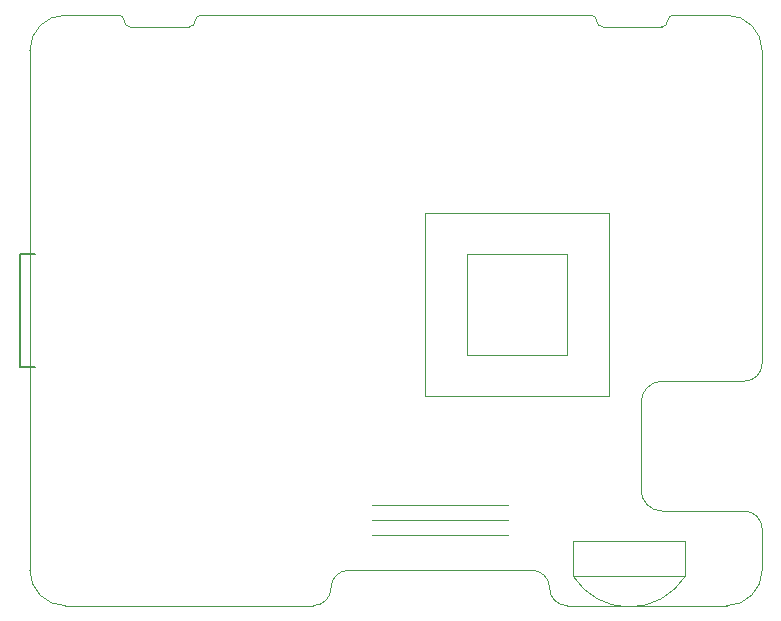
<source format=gbr>
%TF.GenerationSoftware,KiCad,Pcbnew,8.0.8+1*%
%TF.CreationDate,Date%
%TF.ProjectId,LoRa-V3-PCB,4c6f5261-2d56-4332-9d50-43422e6b6963,rev?*%
%TF.SameCoordinates,Original*%
%TF.FileFunction,Other,User*%
%FSLAX46Y46*%
G04 Gerber Fmt 4.6, Leading zero omitted, Abs format (unit mm)*
G04 Created by KiCad*
%MOMM*%
%LPD*%
G01*
G04 APERTURE LIST*
%TA.AperFunction,Profile*%
%ADD10C,0.050000*%
%TD*%
%TA.AperFunction,Profile*%
%ADD11C,0.100000*%
%TD*%
%ADD12C,0.010000*%
%ADD13C,0.120000*%
%ADD14C,0.200000*%
G04 APERTURE END LIST*
D10*
X162500000Y-73000000D02*
G75*
G02*
X162000000Y-72500000I0J500000D01*
G01*
D11*
X114000000Y-75000000D02*
X114000000Y-119000000D01*
X167550000Y-114000000D02*
X174500000Y-114000000D01*
D10*
X128500000Y-72000000D02*
X161500000Y-72000000D01*
D11*
X176000000Y-119000000D02*
G75*
G02*
X173000000Y-122000000I-3000000J0D01*
G01*
D10*
X161500000Y-72000000D02*
G75*
G02*
X162000000Y-72500000I0J-500000D01*
G01*
X122500000Y-73000000D02*
G75*
G02*
X122000000Y-72500000I0J500000D01*
G01*
X128000000Y-72500000D02*
G75*
G02*
X128500000Y-72000000I500000J0D01*
G01*
D11*
X176000000Y-115500000D02*
X176000000Y-119000000D01*
D10*
X167500000Y-73000000D02*
X162500000Y-73000000D01*
D11*
X165750000Y-104800000D02*
G75*
G02*
X167550000Y-103000000I1800000J0D01*
G01*
X139500000Y-120500000D02*
G75*
G02*
X138000000Y-122000000I-1500000J0D01*
G01*
X139500000Y-120500000D02*
G75*
G02*
X141000000Y-119000000I1500000J0D01*
G01*
D10*
X122500000Y-73000000D02*
X127500000Y-73000000D01*
X121500000Y-72000000D02*
G75*
G02*
X122000000Y-72500000I0J-500000D01*
G01*
D11*
X176000000Y-101500000D02*
G75*
G02*
X174500000Y-103000000I-1500000J0D01*
G01*
X117000000Y-122000000D02*
G75*
G02*
X114000000Y-119000000I0J3000000D01*
G01*
D10*
X128000000Y-72500000D02*
G75*
G02*
X127500000Y-73000000I-500000J0D01*
G01*
D11*
X156500000Y-119000000D02*
G75*
G02*
X158000000Y-120500000I0J-1500000D01*
G01*
X174500000Y-103000000D02*
X167550000Y-103000000D01*
X159500000Y-122000000D02*
X173000000Y-122000000D01*
X167550000Y-114000000D02*
G75*
G02*
X165750000Y-112200000I0J1800000D01*
G01*
X165750000Y-104800000D02*
X165750000Y-112200000D01*
X173000000Y-72000000D02*
G75*
G02*
X176000000Y-75000000I0J-3000000D01*
G01*
X156500000Y-119000000D02*
X141000000Y-119000000D01*
D10*
X117000000Y-72000000D02*
X121500000Y-72000000D01*
D11*
X176000000Y-75000000D02*
X176000000Y-101500000D01*
D10*
X168000000Y-72500000D02*
G75*
G02*
X167500000Y-73000000I-500000J0D01*
G01*
D11*
X114000000Y-75000000D02*
G75*
G02*
X117000000Y-72000000I3000000J0D01*
G01*
X174500000Y-114000000D02*
G75*
G02*
X176000000Y-115500000I0J-1500000D01*
G01*
X159500000Y-122000000D02*
G75*
G02*
X158000000Y-120500000I0J1500000D01*
G01*
D10*
X168500000Y-72000000D02*
X173000000Y-72000000D01*
X168000000Y-72500000D02*
G75*
G02*
X168500000Y-72000000I500000J0D01*
G01*
D11*
X117000000Y-122000000D02*
X138000000Y-122000000D01*
D12*
X154500000Y-116000000D02*
X154390000Y-116000000D01*
X154350000Y-116000000D02*
X154240000Y-116000000D01*
X154200000Y-116000000D02*
X154090000Y-116000000D01*
X154050000Y-116000000D02*
X153940000Y-116000000D01*
X153900000Y-116000000D02*
X153790000Y-116000000D01*
X153750000Y-116000000D02*
X153640000Y-116000000D01*
X153600000Y-116000000D02*
X153490000Y-116000000D01*
X153450000Y-116000000D02*
X153340000Y-116000000D01*
X153300000Y-116000000D02*
X153190000Y-116000000D01*
X153150000Y-116000000D02*
X153040000Y-116000000D01*
X153000000Y-116000000D02*
X152890000Y-116000000D01*
X152850000Y-116000000D02*
X152740000Y-116000000D01*
X152700000Y-116000000D02*
X152590000Y-116000000D01*
X152550000Y-116000000D02*
X152440000Y-116000000D01*
X152400000Y-116000000D02*
X152290000Y-116000000D01*
X152250000Y-116000000D02*
X152140000Y-116000000D01*
X152100000Y-116000000D02*
X151990000Y-116000000D01*
X151950000Y-116000000D02*
X151840000Y-116000000D01*
X151800000Y-116000000D02*
X151690000Y-116000000D01*
X151650000Y-116000000D02*
X151540000Y-116000000D01*
X151500000Y-116000000D02*
X151390000Y-116000000D01*
X151350000Y-116000000D02*
X151240000Y-116000000D01*
X151200000Y-116000000D02*
X151090000Y-116000000D01*
X151050000Y-116000000D02*
X150940000Y-116000000D01*
X150900000Y-116000000D02*
X150790000Y-116000000D01*
X150750000Y-116000000D02*
X150640000Y-116000000D01*
X150600000Y-116000000D02*
X150490000Y-116000000D01*
X150450000Y-116000000D02*
X150340000Y-116000000D01*
X150300000Y-116000000D02*
X150190000Y-116000000D01*
X150150000Y-116000000D02*
X150040000Y-116000000D01*
X150000000Y-116000000D02*
X149890000Y-116000000D01*
X149850000Y-116000000D02*
X149740000Y-116000000D01*
X149700000Y-116000000D02*
X149590000Y-116000000D01*
X149550000Y-116000000D02*
X149440000Y-116000000D01*
X149400000Y-116000000D02*
X149290000Y-116000000D01*
X149250000Y-116000000D02*
X149140000Y-116000000D01*
X149100000Y-116000000D02*
X148990000Y-116000000D01*
X148950000Y-116000000D02*
X148840000Y-116000000D01*
X148800000Y-116000000D02*
X148690000Y-116000000D01*
X148650000Y-116000000D02*
X148540000Y-116000000D01*
X148500000Y-116000000D02*
X148390000Y-116000000D01*
X148350000Y-116000000D02*
X148240000Y-116000000D01*
X148200000Y-116000000D02*
X148090000Y-116000000D01*
X148050000Y-116000000D02*
X147940000Y-116000000D01*
X147900000Y-116000000D02*
X147790000Y-116000000D01*
X147750000Y-116000000D02*
X147640000Y-116000000D01*
X147600000Y-116000000D02*
X147490000Y-116000000D01*
X147450000Y-116000000D02*
X147340000Y-116000000D01*
X147300000Y-116000000D02*
X147190000Y-116000000D01*
X147150000Y-116000000D02*
X147040000Y-116000000D01*
X147000000Y-116000000D02*
X146890000Y-116000000D01*
X146850000Y-116000000D02*
X146740000Y-116000000D01*
X146700000Y-116000000D02*
X146590000Y-116000000D01*
X146550000Y-116000000D02*
X146440000Y-116000000D01*
X146400000Y-116000000D02*
X146290000Y-116000000D01*
X146250000Y-116000000D02*
X146140000Y-116000000D01*
X146100000Y-116000000D02*
X145990000Y-116000000D01*
X145950000Y-116000000D02*
X145840000Y-116000000D01*
X145800000Y-116000000D02*
X145690000Y-116000000D01*
X145650000Y-116000000D02*
X145540000Y-116000000D01*
X145500000Y-116000000D02*
X145390000Y-116000000D01*
X145350000Y-116000000D02*
X145240000Y-116000000D01*
X145200000Y-116000000D02*
X145090000Y-116000000D01*
X145050000Y-116000000D02*
X144940000Y-116000000D01*
X144900000Y-116000000D02*
X144790000Y-116000000D01*
X144750000Y-116000000D02*
X144640000Y-116000000D01*
X144600000Y-116000000D02*
X144490000Y-116000000D01*
X144450000Y-116000000D02*
X144340000Y-116000000D01*
X144300000Y-116000000D02*
X144190000Y-116000000D01*
X144150000Y-116000000D02*
X144040000Y-116000000D01*
X144000000Y-116000000D02*
X143890000Y-116000000D01*
X143850000Y-116000000D02*
X143740000Y-116000000D01*
X143700000Y-116000000D02*
X143590000Y-116000000D01*
X143550000Y-116000000D02*
X143440000Y-116000000D01*
X143400000Y-116000000D02*
X143290000Y-116000000D01*
X143250000Y-116000000D02*
X143140000Y-116000000D01*
X143100000Y-116000000D02*
X143000000Y-116000000D01*
X154500000Y-114750000D02*
X154390000Y-114750000D01*
X154350000Y-114750000D02*
X154240000Y-114750000D01*
X154200000Y-114750000D02*
X154090000Y-114750000D01*
X154050000Y-114750000D02*
X153940000Y-114750000D01*
X153900000Y-114750000D02*
X153790000Y-114750000D01*
X153750000Y-114750000D02*
X153640000Y-114750000D01*
X153600000Y-114750000D02*
X153490000Y-114750000D01*
X153450000Y-114750000D02*
X153340000Y-114750000D01*
X153300000Y-114750000D02*
X153190000Y-114750000D01*
X153150000Y-114750000D02*
X153040000Y-114750000D01*
X153000000Y-114750000D02*
X152890000Y-114750000D01*
X152850000Y-114750000D02*
X152740000Y-114750000D01*
X152700000Y-114750000D02*
X152590000Y-114750000D01*
X152550000Y-114750000D02*
X152440000Y-114750000D01*
X152400000Y-114750000D02*
X152290000Y-114750000D01*
X152250000Y-114750000D02*
X152140000Y-114750000D01*
X152100000Y-114750000D02*
X151990000Y-114750000D01*
X151950000Y-114750000D02*
X151840000Y-114750000D01*
X151800000Y-114750000D02*
X151690000Y-114750000D01*
X151650000Y-114750000D02*
X151540000Y-114750000D01*
X151500000Y-114750000D02*
X151390000Y-114750000D01*
X151350000Y-114750000D02*
X151240000Y-114750000D01*
X151200000Y-114750000D02*
X151090000Y-114750000D01*
X151050000Y-114750000D02*
X150940000Y-114750000D01*
X150900000Y-114750000D02*
X150790000Y-114750000D01*
X150750000Y-114750000D02*
X150640000Y-114750000D01*
X150600000Y-114750000D02*
X150490000Y-114750000D01*
X150450000Y-114750000D02*
X150340000Y-114750000D01*
X150300000Y-114750000D02*
X150190000Y-114750000D01*
X150150000Y-114750000D02*
X150040000Y-114750000D01*
X150000000Y-114750000D02*
X149890000Y-114750000D01*
X149850000Y-114750000D02*
X149740000Y-114750000D01*
X149700000Y-114750000D02*
X149590000Y-114750000D01*
X149550000Y-114750000D02*
X149440000Y-114750000D01*
X149400000Y-114750000D02*
X149290000Y-114750000D01*
X149250000Y-114750000D02*
X149140000Y-114750000D01*
X149100000Y-114750000D02*
X148990000Y-114750000D01*
X148950000Y-114750000D02*
X148840000Y-114750000D01*
X148800000Y-114750000D02*
X148690000Y-114750000D01*
X148650000Y-114750000D02*
X148540000Y-114750000D01*
X148500000Y-114750000D02*
X148390000Y-114750000D01*
X148350000Y-114750000D02*
X148240000Y-114750000D01*
X148200000Y-114750000D02*
X148090000Y-114750000D01*
X148050000Y-114750000D02*
X147940000Y-114750000D01*
X147900000Y-114750000D02*
X147790000Y-114750000D01*
X147750000Y-114750000D02*
X147640000Y-114750000D01*
X147600000Y-114750000D02*
X147490000Y-114750000D01*
X147450000Y-114750000D02*
X147340000Y-114750000D01*
X147300000Y-114750000D02*
X147190000Y-114750000D01*
X147150000Y-114750000D02*
X147040000Y-114750000D01*
X147000000Y-114750000D02*
X146890000Y-114750000D01*
X146850000Y-114750000D02*
X146740000Y-114750000D01*
X146700000Y-114750000D02*
X146590000Y-114750000D01*
X146550000Y-114750000D02*
X146440000Y-114750000D01*
X146400000Y-114750000D02*
X146290000Y-114750000D01*
X146250000Y-114750000D02*
X146140000Y-114750000D01*
X146100000Y-114750000D02*
X145990000Y-114750000D01*
X145950000Y-114750000D02*
X145840000Y-114750000D01*
X145800000Y-114750000D02*
X145690000Y-114750000D01*
X145650000Y-114750000D02*
X145540000Y-114750000D01*
X145500000Y-114750000D02*
X145390000Y-114750000D01*
X145350000Y-114750000D02*
X145240000Y-114750000D01*
X145200000Y-114750000D02*
X145090000Y-114750000D01*
X145050000Y-114750000D02*
X144940000Y-114750000D01*
X144900000Y-114750000D02*
X144790000Y-114750000D01*
X144750000Y-114750000D02*
X144640000Y-114750000D01*
X144600000Y-114750000D02*
X144490000Y-114750000D01*
X144450000Y-114750000D02*
X144340000Y-114750000D01*
X144300000Y-114750000D02*
X144190000Y-114750000D01*
X144150000Y-114750000D02*
X144040000Y-114750000D01*
X144000000Y-114750000D02*
X143890000Y-114750000D01*
X143850000Y-114750000D02*
X143740000Y-114750000D01*
X143700000Y-114750000D02*
X143590000Y-114750000D01*
X143550000Y-114750000D02*
X143440000Y-114750000D01*
X143400000Y-114750000D02*
X143290000Y-114750000D01*
X143250000Y-114750000D02*
X143140000Y-114750000D01*
X143100000Y-114750000D02*
X143000000Y-114750000D01*
X154500000Y-113500000D02*
X154390000Y-113500000D01*
X154350000Y-113500000D02*
X154240000Y-113500000D01*
X154200000Y-113500000D02*
X154090000Y-113500000D01*
X154050000Y-113500000D02*
X153940000Y-113500000D01*
X153900000Y-113500000D02*
X153790000Y-113500000D01*
X153750000Y-113500000D02*
X153640000Y-113500000D01*
X153600000Y-113500000D02*
X153490000Y-113500000D01*
X153450000Y-113500000D02*
X153340000Y-113500000D01*
X153300000Y-113500000D02*
X153190000Y-113500000D01*
X153150000Y-113500000D02*
X153040000Y-113500000D01*
X153000000Y-113500000D02*
X152890000Y-113500000D01*
X152850000Y-113500000D02*
X152740000Y-113500000D01*
X152700000Y-113500000D02*
X152590000Y-113500000D01*
X152550000Y-113500000D02*
X152440000Y-113500000D01*
X152400000Y-113500000D02*
X152290000Y-113500000D01*
X152250000Y-113500000D02*
X152140000Y-113500000D01*
X152100000Y-113500000D02*
X151990000Y-113500000D01*
X151950000Y-113500000D02*
X151840000Y-113500000D01*
X151800000Y-113500000D02*
X151690000Y-113500000D01*
X151650000Y-113500000D02*
X151540000Y-113500000D01*
X151500000Y-113500000D02*
X151390000Y-113500000D01*
X151350000Y-113500000D02*
X151240000Y-113500000D01*
X151200000Y-113500000D02*
X151090000Y-113500000D01*
X151050000Y-113500000D02*
X150940000Y-113500000D01*
X150900000Y-113500000D02*
X150790000Y-113500000D01*
X150750000Y-113500000D02*
X150640000Y-113500000D01*
X150600000Y-113500000D02*
X150490000Y-113500000D01*
X150450000Y-113500000D02*
X150340000Y-113500000D01*
X150300000Y-113500000D02*
X150190000Y-113500000D01*
X150150000Y-113500000D02*
X150040000Y-113500000D01*
X150000000Y-113500000D02*
X149890000Y-113500000D01*
X149850000Y-113500000D02*
X149740000Y-113500000D01*
X149700000Y-113500000D02*
X149590000Y-113500000D01*
X149550000Y-113500000D02*
X149440000Y-113500000D01*
X149400000Y-113500000D02*
X149290000Y-113500000D01*
X149250000Y-113500000D02*
X149140000Y-113500000D01*
X149100000Y-113500000D02*
X148990000Y-113500000D01*
X148950000Y-113500000D02*
X148840000Y-113500000D01*
X148800000Y-113500000D02*
X148690000Y-113500000D01*
X148650000Y-113500000D02*
X148540000Y-113500000D01*
X148500000Y-113500000D02*
X148390000Y-113500000D01*
X148350000Y-113500000D02*
X148240000Y-113500000D01*
X148200000Y-113500000D02*
X148090000Y-113500000D01*
X148050000Y-113500000D02*
X147940000Y-113500000D01*
X147900000Y-113500000D02*
X147790000Y-113500000D01*
X147750000Y-113500000D02*
X147640000Y-113500000D01*
X147600000Y-113500000D02*
X147490000Y-113500000D01*
X147450000Y-113500000D02*
X147340000Y-113500000D01*
X147300000Y-113500000D02*
X147190000Y-113500000D01*
X147150000Y-113500000D02*
X147040000Y-113500000D01*
X147000000Y-113500000D02*
X146890000Y-113500000D01*
X146850000Y-113500000D02*
X146740000Y-113500000D01*
X146700000Y-113500000D02*
X146590000Y-113500000D01*
X146550000Y-113500000D02*
X146440000Y-113500000D01*
X146400000Y-113500000D02*
X146290000Y-113500000D01*
X146250000Y-113500000D02*
X146140000Y-113500000D01*
X146100000Y-113500000D02*
X145990000Y-113500000D01*
X145950000Y-113500000D02*
X145840000Y-113500000D01*
X145800000Y-113500000D02*
X145690000Y-113500000D01*
X145650000Y-113500000D02*
X145540000Y-113500000D01*
X145500000Y-113500000D02*
X145390000Y-113500000D01*
X145350000Y-113500000D02*
X145240000Y-113500000D01*
X145200000Y-113500000D02*
X145090000Y-113500000D01*
X145050000Y-113500000D02*
X144940000Y-113500000D01*
X144900000Y-113500000D02*
X144790000Y-113500000D01*
X144750000Y-113500000D02*
X144640000Y-113500000D01*
X144600000Y-113500000D02*
X144490000Y-113500000D01*
X144450000Y-113500000D02*
X144340000Y-113500000D01*
X144300000Y-113500000D02*
X144190000Y-113500000D01*
X144150000Y-113500000D02*
X144040000Y-113500000D01*
X144000000Y-113500000D02*
X143890000Y-113500000D01*
X143850000Y-113500000D02*
X143740000Y-113500000D01*
X143700000Y-113500000D02*
X143590000Y-113500000D01*
X143550000Y-113500000D02*
X143440000Y-113500000D01*
X143400000Y-113500000D02*
X143290000Y-113500000D01*
X143250000Y-113500000D02*
X143140000Y-113500000D01*
X143100000Y-113500000D02*
X143000000Y-113500000D01*
%TO.C,SW2*%
D13*
X169500000Y-119500000D02*
X160000000Y-119500000D01*
X160000000Y-116500000D01*
X169500000Y-116500000D01*
X169500000Y-119500000D01*
X169500000Y-119500000D02*
G75*
G02*
X160000000Y-119500000I-4750000J3000001D01*
G01*
D14*
%TO.C,CONN1*%
X113150000Y-92210000D02*
X113150000Y-101790000D01*
X113150000Y-101790000D02*
X114430000Y-101790000D01*
X114430000Y-92210000D02*
X113150000Y-92210000D01*
D12*
%TO.C,IC1*%
X147500000Y-88750000D02*
X147610000Y-88750000D01*
X147650000Y-88750000D02*
X147760000Y-88750000D01*
X147800000Y-88750000D02*
X147910000Y-88750000D01*
X147950000Y-88750000D02*
X148060000Y-88750000D01*
X148100000Y-88750000D02*
X148210000Y-88750000D01*
X148250000Y-88750000D02*
X148360000Y-88750000D01*
X148400000Y-88750000D02*
X148510000Y-88750000D01*
X148550000Y-88750000D02*
X148660000Y-88750000D01*
X148700000Y-88750000D02*
X148810000Y-88750000D01*
X148850000Y-88750000D02*
X148960000Y-88750000D01*
X149000000Y-88750000D02*
X149110000Y-88750000D01*
X149150000Y-88750000D02*
X149260000Y-88750000D01*
X149300000Y-88750000D02*
X149410000Y-88750000D01*
X149450000Y-88750000D02*
X149560000Y-88750000D01*
X149600000Y-88750000D02*
X149710000Y-88750000D01*
X149750000Y-88750000D02*
X149860000Y-88750000D01*
X149900000Y-88750000D02*
X150010000Y-88750000D01*
X150050000Y-88750000D02*
X150160000Y-88750000D01*
X150200000Y-88750000D02*
X150310000Y-88750000D01*
X150350000Y-88750000D02*
X150460000Y-88750000D01*
X150500000Y-88750000D02*
X150610000Y-88750000D01*
X150650000Y-88750000D02*
X150760000Y-88750000D01*
X150800000Y-88750000D02*
X150910000Y-88750000D01*
X150950000Y-88750000D02*
X151060000Y-88750000D01*
X151100000Y-88750000D02*
X151210000Y-88750000D01*
X151250000Y-88750000D02*
X151360000Y-88750000D01*
X151400000Y-88750000D02*
X151510000Y-88750000D01*
X151550000Y-88750000D02*
X151660000Y-88750000D01*
X151700000Y-88750000D02*
X151810000Y-88750000D01*
X151850000Y-88750000D02*
X151960000Y-88750000D01*
X152000000Y-88750000D02*
X152110000Y-88750000D01*
X152150000Y-88750000D02*
X152260000Y-88750000D01*
X152300000Y-88750000D02*
X152410000Y-88750000D01*
X152450000Y-88750000D02*
X152560000Y-88750000D01*
X152600000Y-88750000D02*
X152710000Y-88750000D01*
X152750000Y-88750000D02*
X152860000Y-88750000D01*
X152900000Y-88750000D02*
X153010000Y-88750000D01*
X153050000Y-88750000D02*
X153160000Y-88750000D01*
X153200000Y-88750000D02*
X153310000Y-88750000D01*
X153350000Y-88750000D02*
X153460000Y-88750000D01*
X153500000Y-88750000D02*
X153610000Y-88750000D01*
X153650000Y-88750000D02*
X153760000Y-88750000D01*
X153800000Y-88750000D02*
X153910000Y-88750000D01*
X153950000Y-88750000D02*
X154060000Y-88750000D01*
X154100000Y-88750000D02*
X154210000Y-88750000D01*
X154250000Y-88750000D02*
X154360000Y-88750000D01*
X154400000Y-88750000D02*
X154510000Y-88750000D01*
X154550000Y-88750000D02*
X154660000Y-88750000D01*
X154700000Y-88750000D02*
X154810000Y-88750000D01*
X154850000Y-88750000D02*
X154960000Y-88750000D01*
X155000000Y-88750000D02*
X155110000Y-88750000D01*
X155150000Y-88750000D02*
X155260000Y-88750000D01*
X155300000Y-88750000D02*
X155410000Y-88750000D01*
X155450000Y-88750000D02*
X155560000Y-88750000D01*
X155600000Y-88750000D02*
X155710000Y-88750000D01*
X155750000Y-88750000D02*
X155860000Y-88750000D01*
X155900000Y-88750000D02*
X156010000Y-88750000D01*
X156050000Y-88750000D02*
X156160000Y-88750000D01*
X156200000Y-88750000D02*
X156310000Y-88750000D01*
X156350000Y-88750000D02*
X156460000Y-88750000D01*
X156500000Y-88750000D02*
X156610000Y-88750000D01*
X156650000Y-88750000D02*
X156760000Y-88750000D01*
X156800000Y-88750000D02*
X156910000Y-88750000D01*
X156950000Y-88750000D02*
X157060000Y-88750000D01*
X157100000Y-88750000D02*
X157210000Y-88750000D01*
X157250000Y-88750000D02*
X157360000Y-88750000D01*
X157400000Y-88750000D02*
X157510000Y-88750000D01*
X157550000Y-88750000D02*
X157660000Y-88750000D01*
X157700000Y-88750000D02*
X157810000Y-88750000D01*
X157850000Y-88750000D02*
X157960000Y-88750000D01*
X158000000Y-88750000D02*
X158110000Y-88750000D01*
X158150000Y-88750000D02*
X158260000Y-88750000D01*
X158300000Y-88750000D02*
X158410000Y-88750000D01*
X158450000Y-88750000D02*
X158560000Y-88750000D01*
X158600000Y-88750000D02*
X158710000Y-88750000D01*
X158750000Y-88750000D02*
X158860000Y-88750000D01*
X158900000Y-88750000D02*
X159010000Y-88750000D01*
X159050000Y-88750000D02*
X159160000Y-88750000D01*
X159200000Y-88750000D02*
X159310000Y-88750000D01*
X159350000Y-88750000D02*
X159460000Y-88750000D01*
X159500000Y-88750000D02*
X159610000Y-88750000D01*
X159650000Y-88750000D02*
X159760000Y-88750000D01*
X159800000Y-88750000D02*
X159910000Y-88750000D01*
X159950000Y-88750000D02*
X160060000Y-88750000D01*
X160100000Y-88750000D02*
X160210000Y-88750000D01*
X160250000Y-88750000D02*
X160360000Y-88750000D01*
X160400000Y-88750000D02*
X160510000Y-88750000D01*
X160550000Y-88750000D02*
X160660000Y-88750000D01*
X160700000Y-88750000D02*
X160810000Y-88750000D01*
X160850000Y-88750000D02*
X160960000Y-88750000D01*
X161000000Y-88750000D02*
X161110000Y-88750000D01*
X161150000Y-88750000D02*
X161260000Y-88750000D01*
X161300000Y-88750000D02*
X161410000Y-88750000D01*
X161450000Y-88750000D02*
X161560000Y-88750000D01*
X161600000Y-88750000D02*
X161710000Y-88750000D01*
X161750000Y-88750000D02*
X161860000Y-88750000D01*
X161900000Y-88750000D02*
X162010000Y-88750000D01*
X162050000Y-88750000D02*
X162160000Y-88750000D01*
X162200000Y-88750000D02*
X162310000Y-88750000D01*
X162350000Y-88750000D02*
X162460000Y-88750000D01*
X162500000Y-88750000D02*
X162610000Y-88750000D01*
X162650000Y-88750000D02*
X162760000Y-88750000D01*
X162800000Y-88750000D02*
X162910000Y-88750000D01*
X162950000Y-88750000D02*
X163000000Y-88750000D01*
X163000000Y-88750000D02*
X163000000Y-88860000D01*
X163000000Y-88900000D02*
X163000000Y-89010000D01*
X163000000Y-89050000D02*
X163000000Y-89160000D01*
X163000000Y-89200000D02*
X163000000Y-89310000D01*
X163000000Y-89350000D02*
X163000000Y-89460000D01*
X163000000Y-89500000D02*
X163000000Y-89610000D01*
X163000000Y-89650000D02*
X163000000Y-89760000D01*
X163000000Y-89800000D02*
X163000000Y-89910000D01*
X163000000Y-89950000D02*
X163000000Y-90060000D01*
X163000000Y-90100000D02*
X163000000Y-90210000D01*
X163000000Y-90250000D02*
X163000000Y-90360000D01*
X163000000Y-90400000D02*
X163000000Y-90510000D01*
X163000000Y-90550000D02*
X163000000Y-90660000D01*
X163000000Y-90700000D02*
X163000000Y-90810000D01*
X163000000Y-90850000D02*
X163000000Y-90960000D01*
X163000000Y-91000000D02*
X163000000Y-91110000D01*
X163000000Y-91150000D02*
X163000000Y-91260000D01*
X163000000Y-91300000D02*
X163000000Y-91410000D01*
X163000000Y-91450000D02*
X163000000Y-91560000D01*
X163000000Y-91600000D02*
X163000000Y-91710000D01*
X163000000Y-91750000D02*
X163000000Y-91860000D01*
X163000000Y-91900000D02*
X163000000Y-92010000D01*
X163000000Y-92050000D02*
X163000000Y-92160000D01*
X163000000Y-92200000D02*
X163000000Y-92310000D01*
X163000000Y-92350000D02*
X163000000Y-92460000D01*
X163000000Y-92500000D02*
X163000000Y-92610000D01*
X163000000Y-92650000D02*
X163000000Y-92760000D01*
X163000000Y-92800000D02*
X163000000Y-92910000D01*
X163000000Y-92950000D02*
X163000000Y-93060000D01*
X163000000Y-93100000D02*
X163000000Y-93210000D01*
X163000000Y-93250000D02*
X163000000Y-93360000D01*
X163000000Y-93400000D02*
X163000000Y-93510000D01*
X163000000Y-93550000D02*
X163000000Y-93660000D01*
X163000000Y-93700000D02*
X163000000Y-93810000D01*
X163000000Y-93850000D02*
X163000000Y-93960000D01*
X163000000Y-94000000D02*
X163000000Y-94110000D01*
X163000000Y-94150000D02*
X163000000Y-94260000D01*
X163000000Y-94300000D02*
X163000000Y-94410000D01*
X163000000Y-94450000D02*
X163000000Y-94560000D01*
X163000000Y-94600000D02*
X163000000Y-94710000D01*
X163000000Y-94750000D02*
X163000000Y-94860000D01*
X163000000Y-94900000D02*
X163000000Y-95010000D01*
X163000000Y-95050000D02*
X163000000Y-95160000D01*
X163000000Y-95200000D02*
X163000000Y-95310000D01*
X163000000Y-95350000D02*
X163000000Y-95460000D01*
X163000000Y-95500000D02*
X163000000Y-95610000D01*
X163000000Y-95650000D02*
X163000000Y-95760000D01*
X163000000Y-95800000D02*
X163000000Y-95910000D01*
X163000000Y-95950000D02*
X163000000Y-96060000D01*
X163000000Y-96100000D02*
X163000000Y-96210000D01*
X163000000Y-96250000D02*
X163000000Y-96360000D01*
X163000000Y-96400000D02*
X163000000Y-96510000D01*
X163000000Y-96550000D02*
X163000000Y-96660000D01*
X163000000Y-96700000D02*
X163000000Y-96810000D01*
X163000000Y-96850000D02*
X163000000Y-96960000D01*
X163000000Y-97000000D02*
X163000000Y-97110000D01*
X163000000Y-97150000D02*
X163000000Y-97260000D01*
X163000000Y-97300000D02*
X163000000Y-97410000D01*
X163000000Y-97450000D02*
X163000000Y-97560000D01*
X163000000Y-97600000D02*
X163000000Y-97710000D01*
X163000000Y-97750000D02*
X163000000Y-97860000D01*
X163000000Y-97900000D02*
X163000000Y-98010000D01*
X163000000Y-98050000D02*
X163000000Y-98160000D01*
X163000000Y-98200000D02*
X163000000Y-98310000D01*
X163000000Y-98350000D02*
X163000000Y-98460000D01*
X163000000Y-98500000D02*
X163000000Y-98610000D01*
X163000000Y-98650000D02*
X163000000Y-98760000D01*
X163000000Y-98800000D02*
X163000000Y-98910000D01*
X163000000Y-98950000D02*
X163000000Y-99060000D01*
X163000000Y-99100000D02*
X163000000Y-99210000D01*
X163000000Y-99250000D02*
X163000000Y-99360000D01*
X163000000Y-99400000D02*
X163000000Y-99510000D01*
X163000000Y-99550000D02*
X163000000Y-99660000D01*
X163000000Y-99700000D02*
X163000000Y-99810000D01*
X163000000Y-99850000D02*
X163000000Y-99960000D01*
X163000000Y-100000000D02*
X163000000Y-100110000D01*
X163000000Y-100150000D02*
X163000000Y-100260000D01*
X163000000Y-100300000D02*
X163000000Y-100410000D01*
X163000000Y-100450000D02*
X163000000Y-100560000D01*
X163000000Y-100600000D02*
X163000000Y-100710000D01*
X163000000Y-100750000D02*
X163000000Y-100860000D01*
X163000000Y-100900000D02*
X163000000Y-101010000D01*
X163000000Y-101050000D02*
X163000000Y-101160000D01*
X163000000Y-101200000D02*
X163000000Y-101310000D01*
X163000000Y-101350000D02*
X163000000Y-101460000D01*
X163000000Y-101500000D02*
X163000000Y-101610000D01*
X163000000Y-101650000D02*
X163000000Y-101760000D01*
X163000000Y-101800000D02*
X163000000Y-101910000D01*
X163000000Y-101950000D02*
X163000000Y-102060000D01*
X163000000Y-102100000D02*
X163000000Y-102210000D01*
X163000000Y-102250000D02*
X163000000Y-102360000D01*
X163000000Y-102400000D02*
X163000000Y-102510000D01*
X163000000Y-102550000D02*
X163000000Y-102660000D01*
X163000000Y-102700000D02*
X163000000Y-102810000D01*
X163000000Y-102850000D02*
X163000000Y-102960000D01*
X163000000Y-103000000D02*
X163000000Y-103110000D01*
X163000000Y-103150000D02*
X163000000Y-103260000D01*
X163000000Y-103300000D02*
X163000000Y-103410000D01*
X163000000Y-103450000D02*
X163000000Y-103560000D01*
X163000000Y-103600000D02*
X163000000Y-103710000D01*
X163000000Y-103750000D02*
X163000000Y-103860000D01*
X163000000Y-103900000D02*
X163000000Y-104010000D01*
X163000000Y-104050000D02*
X163000000Y-104160000D01*
X163000000Y-104200000D02*
X163000000Y-104250000D01*
X163000000Y-104250000D02*
X162890000Y-104250000D01*
X162850000Y-104250000D02*
X162740000Y-104250000D01*
X162700000Y-104250000D02*
X162590000Y-104250000D01*
X162550000Y-104250000D02*
X162440000Y-104250000D01*
X162400000Y-104250000D02*
X162290000Y-104250000D01*
X162250000Y-104250000D02*
X162140000Y-104250000D01*
X162100000Y-104250000D02*
X161990000Y-104250000D01*
X161950000Y-104250000D02*
X161840000Y-104250000D01*
X161800000Y-104250000D02*
X161690000Y-104250000D01*
X161650000Y-104250000D02*
X161540000Y-104250000D01*
X161500000Y-104250000D02*
X161390000Y-104250000D01*
X161350000Y-104250000D02*
X161240000Y-104250000D01*
X161200000Y-104250000D02*
X161090000Y-104250000D01*
X161050000Y-104250000D02*
X160940000Y-104250000D01*
X160900000Y-104250000D02*
X160790000Y-104250000D01*
X160750000Y-104250000D02*
X160640000Y-104250000D01*
X160600000Y-104250000D02*
X160490000Y-104250000D01*
X160450000Y-104250000D02*
X160340000Y-104250000D01*
X160300000Y-104250000D02*
X160190000Y-104250000D01*
X160150000Y-104250000D02*
X160040000Y-104250000D01*
X160000000Y-104250000D02*
X159890000Y-104250000D01*
X159850000Y-104250000D02*
X159740000Y-104250000D01*
X159700000Y-104250000D02*
X159590000Y-104250000D01*
X159550000Y-104250000D02*
X159440000Y-104250000D01*
X159400000Y-104250000D02*
X159290000Y-104250000D01*
X159250000Y-104250000D02*
X159140000Y-104250000D01*
X159100000Y-104250000D02*
X158990000Y-104250000D01*
X158950000Y-104250000D02*
X158840000Y-104250000D01*
X158800000Y-104250000D02*
X158690000Y-104250000D01*
X158650000Y-104250000D02*
X158540000Y-104250000D01*
X158500000Y-104250000D02*
X158390000Y-104250000D01*
X158350000Y-104250000D02*
X158240000Y-104250000D01*
X158200000Y-104250000D02*
X158090000Y-104250000D01*
X158050000Y-104250000D02*
X157940000Y-104250000D01*
X157900000Y-104250000D02*
X157790000Y-104250000D01*
X157750000Y-104250000D02*
X157640000Y-104250000D01*
X157600000Y-104250000D02*
X157490000Y-104250000D01*
X157450000Y-104250000D02*
X157340000Y-104250000D01*
X157300000Y-104250000D02*
X157190000Y-104250000D01*
X157150000Y-104250000D02*
X157040000Y-104250000D01*
X157000000Y-104250000D02*
X156890000Y-104250000D01*
X156850000Y-104250000D02*
X156740000Y-104250000D01*
X156700000Y-104250000D02*
X156590000Y-104250000D01*
X156550000Y-104250000D02*
X156440000Y-104250000D01*
X156400000Y-104250000D02*
X156290000Y-104250000D01*
X156250000Y-104250000D02*
X156140000Y-104250000D01*
X156100000Y-104250000D02*
X155990000Y-104250000D01*
X155950000Y-104250000D02*
X155840000Y-104250000D01*
X155800000Y-104250000D02*
X155690000Y-104250000D01*
X155650000Y-104250000D02*
X155540000Y-104250000D01*
X155500000Y-104250000D02*
X155390000Y-104250000D01*
X155350000Y-104250000D02*
X155240000Y-104250000D01*
X155200000Y-104250000D02*
X155090000Y-104250000D01*
X155050000Y-104250000D02*
X154940000Y-104250000D01*
X154900000Y-104250000D02*
X154790000Y-104250000D01*
X154750000Y-104250000D02*
X154640000Y-104250000D01*
X154600000Y-104250000D02*
X154490000Y-104250000D01*
X154450000Y-104250000D02*
X154340000Y-104250000D01*
X154300000Y-104250000D02*
X154190000Y-104250000D01*
X154150000Y-104250000D02*
X154040000Y-104250000D01*
X154000000Y-104250000D02*
X153890000Y-104250000D01*
X153850000Y-104250000D02*
X153740000Y-104250000D01*
X153700000Y-104250000D02*
X153590000Y-104250000D01*
X153550000Y-104250000D02*
X153440000Y-104250000D01*
X153400000Y-104250000D02*
X153290000Y-104250000D01*
X153250000Y-104250000D02*
X153140000Y-104250000D01*
X153100000Y-104250000D02*
X152990000Y-104250000D01*
X152950000Y-104250000D02*
X152840000Y-104250000D01*
X152800000Y-104250000D02*
X152690000Y-104250000D01*
X152650000Y-104250000D02*
X152540000Y-104250000D01*
X152500000Y-104250000D02*
X152390000Y-104250000D01*
X152350000Y-104250000D02*
X152240000Y-104250000D01*
X152200000Y-104250000D02*
X152090000Y-104250000D01*
X152050000Y-104250000D02*
X151940000Y-104250000D01*
X151900000Y-104250000D02*
X151790000Y-104250000D01*
X151750000Y-104250000D02*
X151640000Y-104250000D01*
X151600000Y-104250000D02*
X151490000Y-104250000D01*
X151450000Y-104250000D02*
X151340000Y-104250000D01*
X151300000Y-104250000D02*
X151190000Y-104250000D01*
X151150000Y-104250000D02*
X151040000Y-104250000D01*
X151000000Y-104250000D02*
X150890000Y-104250000D01*
X150850000Y-104250000D02*
X150740000Y-104250000D01*
X150700000Y-104250000D02*
X150590000Y-104250000D01*
X150550000Y-104250000D02*
X150440000Y-104250000D01*
X150400000Y-104250000D02*
X150290000Y-104250000D01*
X150250000Y-104250000D02*
X150140000Y-104250000D01*
X150100000Y-104250000D02*
X149990000Y-104250000D01*
X149950000Y-104250000D02*
X149840000Y-104250000D01*
X149800000Y-104250000D02*
X149690000Y-104250000D01*
X149650000Y-104250000D02*
X149540000Y-104250000D01*
X149500000Y-104250000D02*
X149390000Y-104250000D01*
X149350000Y-104250000D02*
X149240000Y-104250000D01*
X149200000Y-104250000D02*
X149090000Y-104250000D01*
X149050000Y-104250000D02*
X148940000Y-104250000D01*
X148900000Y-104250000D02*
X148790000Y-104250000D01*
X148750000Y-104250000D02*
X148640000Y-104250000D01*
X148600000Y-104250000D02*
X148490000Y-104250000D01*
X148450000Y-104250000D02*
X148340000Y-104250000D01*
X148300000Y-104250000D02*
X148190000Y-104250000D01*
X148150000Y-104250000D02*
X148040000Y-104250000D01*
X148000000Y-104250000D02*
X147890000Y-104250000D01*
X147850000Y-104250000D02*
X147740000Y-104250000D01*
X147700000Y-104250000D02*
X147590000Y-104250000D01*
X147550000Y-104250000D02*
X147500000Y-104250000D01*
X147500000Y-104250000D02*
X147500000Y-104140000D01*
X147500000Y-104100000D02*
X147500000Y-103990000D01*
X147500000Y-103950000D02*
X147500000Y-103840000D01*
X147500000Y-103800000D02*
X147500000Y-103690000D01*
X147500000Y-103650000D02*
X147500000Y-103540000D01*
X147500000Y-103500000D02*
X147500000Y-103390000D01*
X147500000Y-103350000D02*
X147500000Y-103240000D01*
X147500000Y-103200000D02*
X147500000Y-103090000D01*
X147500000Y-103050000D02*
X147500000Y-102940000D01*
X147500000Y-102900000D02*
X147500000Y-102790000D01*
X147500000Y-102750000D02*
X147500000Y-102640000D01*
X147500000Y-102600000D02*
X147500000Y-102490000D01*
X147500000Y-102450000D02*
X147500000Y-102340000D01*
X147500000Y-102300000D02*
X147500000Y-102190000D01*
X147500000Y-102150000D02*
X147500000Y-102040000D01*
X147500000Y-102000000D02*
X147500000Y-101890000D01*
X147500000Y-101850000D02*
X147500000Y-101740000D01*
X147500000Y-101700000D02*
X147500000Y-101590000D01*
X147500000Y-101550000D02*
X147500000Y-101440000D01*
X147500000Y-101400000D02*
X147500000Y-101290000D01*
X147500000Y-101250000D02*
X147500000Y-101140000D01*
X147500000Y-101100000D02*
X147500000Y-100990000D01*
X147500000Y-100950000D02*
X147500000Y-100840000D01*
X147500000Y-100800000D02*
X147500000Y-100690000D01*
X147500000Y-100650000D02*
X147500000Y-100540000D01*
X147500000Y-100500000D02*
X147500000Y-100390000D01*
X147500000Y-100350000D02*
X147500000Y-100240000D01*
X147500000Y-100200000D02*
X147500000Y-100090000D01*
X147500000Y-100050000D02*
X147500000Y-99940000D01*
X147500000Y-99900000D02*
X147500000Y-99790000D01*
X147500000Y-99750000D02*
X147500000Y-99640000D01*
X147500000Y-99600000D02*
X147500000Y-99490000D01*
X147500000Y-99450000D02*
X147500000Y-99340000D01*
X147500000Y-99300000D02*
X147500000Y-99190000D01*
X147500000Y-99150000D02*
X147500000Y-99040000D01*
X147500000Y-99000000D02*
X147500000Y-98890000D01*
X147500000Y-98850000D02*
X147500000Y-98740000D01*
X147500000Y-98700000D02*
X147500000Y-98590000D01*
X147500000Y-98550000D02*
X147500000Y-98440000D01*
X147500000Y-98400000D02*
X147500000Y-98290000D01*
X147500000Y-98250000D02*
X147500000Y-98140000D01*
X147500000Y-98100000D02*
X147500000Y-97990000D01*
X147500000Y-97950000D02*
X147500000Y-97840000D01*
X147500000Y-97800000D02*
X147500000Y-97690000D01*
X147500000Y-97650000D02*
X147500000Y-97540000D01*
X147500000Y-97500000D02*
X147500000Y-97390000D01*
X147500000Y-97350000D02*
X147500000Y-97240000D01*
X147500000Y-97200000D02*
X147500000Y-97090000D01*
X147500000Y-97050000D02*
X147500000Y-96940000D01*
X147500000Y-96900000D02*
X147500000Y-96790000D01*
X147500000Y-96750000D02*
X147500000Y-96640000D01*
X147500000Y-96600000D02*
X147500000Y-96490000D01*
X147500000Y-96450000D02*
X147500000Y-96340000D01*
X147500000Y-96300000D02*
X147500000Y-96190000D01*
X147500000Y-96150000D02*
X147500000Y-96040000D01*
X147500000Y-96000000D02*
X147500000Y-95890000D01*
X147500000Y-95850000D02*
X147500000Y-95740000D01*
X147500000Y-95700000D02*
X147500000Y-95590000D01*
X147500000Y-95550000D02*
X147500000Y-95440000D01*
X147500000Y-95400000D02*
X147500000Y-95290000D01*
X147500000Y-95250000D02*
X147500000Y-95140000D01*
X147500000Y-95100000D02*
X147500000Y-94990000D01*
X147500000Y-94950000D02*
X147500000Y-94840000D01*
X147500000Y-94800000D02*
X147500000Y-94690000D01*
X147500000Y-94650000D02*
X147500000Y-94540000D01*
X147500000Y-94500000D02*
X147500000Y-94390000D01*
X147500000Y-94350000D02*
X147500000Y-94240000D01*
X147500000Y-94200000D02*
X147500000Y-94090000D01*
X147500000Y-94050000D02*
X147500000Y-93940000D01*
X147500000Y-93900000D02*
X147500000Y-93790000D01*
X147500000Y-93750000D02*
X147500000Y-93640000D01*
X147500000Y-93600000D02*
X147500000Y-93490000D01*
X147500000Y-93450000D02*
X147500000Y-93340000D01*
X147500000Y-93300000D02*
X147500000Y-93190000D01*
X147500000Y-93150000D02*
X147500000Y-93040000D01*
X147500000Y-93000000D02*
X147500000Y-92890000D01*
X147500000Y-92850000D02*
X147500000Y-92740000D01*
X147500000Y-92700000D02*
X147500000Y-92590000D01*
X147500000Y-92550000D02*
X147500000Y-92440000D01*
X147500000Y-92400000D02*
X147500000Y-92290000D01*
X147500000Y-92250000D02*
X147500000Y-92140000D01*
X147500000Y-92100000D02*
X147500000Y-91990000D01*
X147500000Y-91950000D02*
X147500000Y-91840000D01*
X147500000Y-91800000D02*
X147500000Y-91690000D01*
X147500000Y-91650000D02*
X147500000Y-91540000D01*
X147500000Y-91500000D02*
X147500000Y-91390000D01*
X147500000Y-91350000D02*
X147500000Y-91240000D01*
X147500000Y-91200000D02*
X147500000Y-91090000D01*
X147500000Y-91050000D02*
X147500000Y-90940000D01*
X147500000Y-90900000D02*
X147500000Y-90790000D01*
X147500000Y-90750000D02*
X147500000Y-90640000D01*
X147500000Y-90600000D02*
X147500000Y-90490000D01*
X147500000Y-90450000D02*
X147500000Y-90340000D01*
X147500000Y-90300000D02*
X147500000Y-90190000D01*
X147500000Y-90150000D02*
X147500000Y-90040000D01*
X147500000Y-90000000D02*
X147500000Y-89890000D01*
X147500000Y-89850000D02*
X147500000Y-89740000D01*
X147500000Y-89700000D02*
X147500000Y-89590000D01*
X147500000Y-89550000D02*
X147500000Y-89440000D01*
X147500000Y-89400000D02*
X147500000Y-89290000D01*
X147500000Y-89250000D02*
X147500000Y-89140000D01*
X147500000Y-89100000D02*
X147500000Y-88990000D01*
X147500000Y-88950000D02*
X147500000Y-88840000D01*
X147500000Y-88800000D02*
X147500000Y-88750000D01*
X151000000Y-92250000D02*
X151110000Y-92250000D01*
X151150000Y-92250000D02*
X151260000Y-92250000D01*
X151300000Y-92250000D02*
X151410000Y-92250000D01*
X151450000Y-92250000D02*
X151560000Y-92250000D01*
X151600000Y-92250000D02*
X151710000Y-92250000D01*
X151750000Y-92250000D02*
X151860000Y-92250000D01*
X151900000Y-92250000D02*
X152010000Y-92250000D01*
X152050000Y-92250000D02*
X152160000Y-92250000D01*
X152200000Y-92250000D02*
X152310000Y-92250000D01*
X152350000Y-92250000D02*
X152460000Y-92250000D01*
X152500000Y-92250000D02*
X152610000Y-92250000D01*
X152650000Y-92250000D02*
X152760000Y-92250000D01*
X152800000Y-92250000D02*
X152910000Y-92250000D01*
X152950000Y-92250000D02*
X153060000Y-92250000D01*
X153100000Y-92250000D02*
X153210000Y-92250000D01*
X153250000Y-92250000D02*
X153360000Y-92250000D01*
X153400000Y-92250000D02*
X153510000Y-92250000D01*
X153550000Y-92250000D02*
X153660000Y-92250000D01*
X153700000Y-92250000D02*
X153810000Y-92250000D01*
X153850000Y-92250000D02*
X153960000Y-92250000D01*
X154000000Y-92250000D02*
X154110000Y-92250000D01*
X154150000Y-92250000D02*
X154260000Y-92250000D01*
X154300000Y-92250000D02*
X154410000Y-92250000D01*
X154450000Y-92250000D02*
X154560000Y-92250000D01*
X154600000Y-92250000D02*
X154710000Y-92250000D01*
X154750000Y-92250000D02*
X154860000Y-92250000D01*
X154900000Y-92250000D02*
X155010000Y-92250000D01*
X155050000Y-92250000D02*
X155160000Y-92250000D01*
X155200000Y-92250000D02*
X155310000Y-92250000D01*
X155350000Y-92250000D02*
X155460000Y-92250000D01*
X155500000Y-92250000D02*
X155610000Y-92250000D01*
X155650000Y-92250000D02*
X155760000Y-92250000D01*
X155800000Y-92250000D02*
X155910000Y-92250000D01*
X155950000Y-92250000D02*
X156060000Y-92250000D01*
X156100000Y-92250000D02*
X156210000Y-92250000D01*
X156250000Y-92250000D02*
X156360000Y-92250000D01*
X156400000Y-92250000D02*
X156510000Y-92250000D01*
X156550000Y-92250000D02*
X156660000Y-92250000D01*
X156700000Y-92250000D02*
X156810000Y-92250000D01*
X156850000Y-92250000D02*
X156960000Y-92250000D01*
X157000000Y-92250000D02*
X157110000Y-92250000D01*
X157150000Y-92250000D02*
X157260000Y-92250000D01*
X157300000Y-92250000D02*
X157410000Y-92250000D01*
X157450000Y-92250000D02*
X157560000Y-92250000D01*
X157600000Y-92250000D02*
X157710000Y-92250000D01*
X157750000Y-92250000D02*
X157860000Y-92250000D01*
X157900000Y-92250000D02*
X158010000Y-92250000D01*
X158050000Y-92250000D02*
X158160000Y-92250000D01*
X158200000Y-92250000D02*
X158310000Y-92250000D01*
X158350000Y-92250000D02*
X158460000Y-92250000D01*
X158500000Y-92250000D02*
X158610000Y-92250000D01*
X158650000Y-92250000D02*
X158760000Y-92250000D01*
X158800000Y-92250000D02*
X158910000Y-92250000D01*
X158950000Y-92250000D02*
X159060000Y-92250000D01*
X159100000Y-92250000D02*
X159210000Y-92250000D01*
X159250000Y-92250000D02*
X159360000Y-92250000D01*
X159400000Y-92250000D02*
X159500000Y-92250000D01*
X159500000Y-92250000D02*
X159500000Y-92360000D01*
X159500000Y-92400000D02*
X159500000Y-92510000D01*
X159500000Y-92550000D02*
X159500000Y-92660000D01*
X159500000Y-92700000D02*
X159500000Y-92810000D01*
X159500000Y-92850000D02*
X159500000Y-92960000D01*
X159500000Y-93000000D02*
X159500000Y-93110000D01*
X159500000Y-93150000D02*
X159500000Y-93260000D01*
X159500000Y-93300000D02*
X159500000Y-93410000D01*
X159500000Y-93450000D02*
X159500000Y-93560000D01*
X159500000Y-93600000D02*
X159500000Y-93710000D01*
X159500000Y-93750000D02*
X159500000Y-93860000D01*
X159500000Y-93900000D02*
X159500000Y-94010000D01*
X159500000Y-94050000D02*
X159500000Y-94160000D01*
X159500000Y-94200000D02*
X159500000Y-94310000D01*
X159500000Y-94350000D02*
X159500000Y-94460000D01*
X159500000Y-94500000D02*
X159500000Y-94610000D01*
X159500000Y-94650000D02*
X159500000Y-94760000D01*
X159500000Y-94800000D02*
X159500000Y-94910000D01*
X159500000Y-94950000D02*
X159500000Y-95060000D01*
X159500000Y-95100000D02*
X159500000Y-95210000D01*
X159500000Y-95250000D02*
X159500000Y-95360000D01*
X159500000Y-95400000D02*
X159500000Y-95510000D01*
X159500000Y-95550000D02*
X159500000Y-95660000D01*
X159500000Y-95700000D02*
X159500000Y-95810000D01*
X159500000Y-95850000D02*
X159500000Y-95960000D01*
X159500000Y-96000000D02*
X159500000Y-96110000D01*
X159500000Y-96150000D02*
X159500000Y-96260000D01*
X159500000Y-96300000D02*
X159500000Y-96410000D01*
X159500000Y-96450000D02*
X159500000Y-96560000D01*
X159500000Y-96600000D02*
X159500000Y-96710000D01*
X159500000Y-96750000D02*
X159500000Y-96860000D01*
X159500000Y-96900000D02*
X159500000Y-97010000D01*
X159500000Y-97050000D02*
X159500000Y-97160000D01*
X159500000Y-97200000D02*
X159500000Y-97310000D01*
X159500000Y-97350000D02*
X159500000Y-97460000D01*
X159500000Y-97500000D02*
X159500000Y-97610000D01*
X159500000Y-97650000D02*
X159500000Y-97760000D01*
X159500000Y-97800000D02*
X159500000Y-97910000D01*
X159500000Y-97950000D02*
X159500000Y-98060000D01*
X159500000Y-98100000D02*
X159500000Y-98210000D01*
X159500000Y-98250000D02*
X159500000Y-98360000D01*
X159500000Y-98400000D02*
X159500000Y-98510000D01*
X159500000Y-98550000D02*
X159500000Y-98660000D01*
X159500000Y-98700000D02*
X159500000Y-98810000D01*
X159500000Y-98850000D02*
X159500000Y-98960000D01*
X159500000Y-99000000D02*
X159500000Y-99110000D01*
X159500000Y-99150000D02*
X159500000Y-99260000D01*
X159500000Y-99300000D02*
X159500000Y-99410000D01*
X159500000Y-99450000D02*
X159500000Y-99560000D01*
X159500000Y-99600000D02*
X159500000Y-99710000D01*
X159500000Y-99750000D02*
X159500000Y-99860000D01*
X159500000Y-99900000D02*
X159500000Y-100010000D01*
X159500000Y-100050000D02*
X159500000Y-100160000D01*
X159500000Y-100200000D02*
X159500000Y-100310000D01*
X159500000Y-100350000D02*
X159500000Y-100460000D01*
X159500000Y-100500000D02*
X159500000Y-100610000D01*
X159500000Y-100650000D02*
X159500000Y-100750000D01*
X159500000Y-100750000D02*
X159390000Y-100750000D01*
X159350000Y-100750000D02*
X159240000Y-100750000D01*
X159200000Y-100750000D02*
X159090000Y-100750000D01*
X159050000Y-100750000D02*
X158940000Y-100750000D01*
X158900000Y-100750000D02*
X158790000Y-100750000D01*
X158750000Y-100750000D02*
X158640000Y-100750000D01*
X158600000Y-100750000D02*
X158490000Y-100750000D01*
X158450000Y-100750000D02*
X158340000Y-100750000D01*
X158300000Y-100750000D02*
X158190000Y-100750000D01*
X158150000Y-100750000D02*
X158040000Y-100750000D01*
X158000000Y-100750000D02*
X157890000Y-100750000D01*
X157850000Y-100750000D02*
X157740000Y-100750000D01*
X157700000Y-100750000D02*
X157590000Y-100750000D01*
X157550000Y-100750000D02*
X157440000Y-100750000D01*
X157400000Y-100750000D02*
X157290000Y-100750000D01*
X157250000Y-100750000D02*
X157140000Y-100750000D01*
X157100000Y-100750000D02*
X156990000Y-100750000D01*
X156950000Y-100750000D02*
X156840000Y-100750000D01*
X156800000Y-100750000D02*
X156690000Y-100750000D01*
X156650000Y-100750000D02*
X156540000Y-100750000D01*
X156500000Y-100750000D02*
X156390000Y-100750000D01*
X156350000Y-100750000D02*
X156240000Y-100750000D01*
X156200000Y-100750000D02*
X156090000Y-100750000D01*
X156050000Y-100750000D02*
X155940000Y-100750000D01*
X155900000Y-100750000D02*
X155790000Y-100750000D01*
X155750000Y-100750000D02*
X155640000Y-100750000D01*
X155600000Y-100750000D02*
X155490000Y-100750000D01*
X155450000Y-100750000D02*
X155340000Y-100750000D01*
X155300000Y-100750000D02*
X155190000Y-100750000D01*
X155150000Y-100750000D02*
X155040000Y-100750000D01*
X155000000Y-100750000D02*
X154890000Y-100750000D01*
X154850000Y-100750000D02*
X154740000Y-100750000D01*
X154700000Y-100750000D02*
X154590000Y-100750000D01*
X154550000Y-100750000D02*
X154440000Y-100750000D01*
X154400000Y-100750000D02*
X154290000Y-100750000D01*
X154250000Y-100750000D02*
X154140000Y-100750000D01*
X154100000Y-100750000D02*
X153990000Y-100750000D01*
X153950000Y-100750000D02*
X153840000Y-100750000D01*
X153800000Y-100750000D02*
X153690000Y-100750000D01*
X153650000Y-100750000D02*
X153540000Y-100750000D01*
X153500000Y-100750000D02*
X153390000Y-100750000D01*
X153350000Y-100750000D02*
X153240000Y-100750000D01*
X153200000Y-100750000D02*
X153090000Y-100750000D01*
X153050000Y-100750000D02*
X152940000Y-100750000D01*
X152900000Y-100750000D02*
X152790000Y-100750000D01*
X152750000Y-100750000D02*
X152640000Y-100750000D01*
X152600000Y-100750000D02*
X152490000Y-100750000D01*
X152450000Y-100750000D02*
X152340000Y-100750000D01*
X152300000Y-100750000D02*
X152190000Y-100750000D01*
X152150000Y-100750000D02*
X152040000Y-100750000D01*
X152000000Y-100750000D02*
X151890000Y-100750000D01*
X151850000Y-100750000D02*
X151740000Y-100750000D01*
X151700000Y-100750000D02*
X151590000Y-100750000D01*
X151550000Y-100750000D02*
X151440000Y-100750000D01*
X151400000Y-100750000D02*
X151290000Y-100750000D01*
X151250000Y-100750000D02*
X151140000Y-100750000D01*
X151100000Y-100750000D02*
X151000000Y-100750000D01*
X151000000Y-100750000D02*
X151000000Y-100640000D01*
X151000000Y-100600000D02*
X151000000Y-100490000D01*
X151000000Y-100450000D02*
X151000000Y-100340000D01*
X151000000Y-100300000D02*
X151000000Y-100190000D01*
X151000000Y-100150000D02*
X151000000Y-100040000D01*
X151000000Y-100000000D02*
X151000000Y-99890000D01*
X151000000Y-99850000D02*
X151000000Y-99740000D01*
X151000000Y-99700000D02*
X151000000Y-99590000D01*
X151000000Y-99550000D02*
X151000000Y-99440000D01*
X151000000Y-99400000D02*
X151000000Y-99290000D01*
X151000000Y-99250000D02*
X151000000Y-99140000D01*
X151000000Y-99100000D02*
X151000000Y-98990000D01*
X151000000Y-98950000D02*
X151000000Y-98840000D01*
X151000000Y-98800000D02*
X151000000Y-98690000D01*
X151000000Y-98650000D02*
X151000000Y-98540000D01*
X151000000Y-98500000D02*
X151000000Y-98390000D01*
X151000000Y-98350000D02*
X151000000Y-98240000D01*
X151000000Y-98200000D02*
X151000000Y-98090000D01*
X151000000Y-98050000D02*
X151000000Y-97940000D01*
X151000000Y-97900000D02*
X151000000Y-97790000D01*
X151000000Y-97750000D02*
X151000000Y-97640000D01*
X151000000Y-97600000D02*
X151000000Y-97490000D01*
X151000000Y-97450000D02*
X151000000Y-97340000D01*
X151000000Y-97300000D02*
X151000000Y-97190000D01*
X151000000Y-97150000D02*
X151000000Y-97040000D01*
X151000000Y-97000000D02*
X151000000Y-96890000D01*
X151000000Y-96850000D02*
X151000000Y-96740000D01*
X151000000Y-96700000D02*
X151000000Y-96590000D01*
X151000000Y-96550000D02*
X151000000Y-96440000D01*
X151000000Y-96400000D02*
X151000000Y-96290000D01*
X151000000Y-96250000D02*
X151000000Y-96140000D01*
X151000000Y-96100000D02*
X151000000Y-95990000D01*
X151000000Y-95950000D02*
X151000000Y-95840000D01*
X151000000Y-95800000D02*
X151000000Y-95690000D01*
X151000000Y-95650000D02*
X151000000Y-95540000D01*
X151000000Y-95500000D02*
X151000000Y-95390000D01*
X151000000Y-95350000D02*
X151000000Y-95240000D01*
X151000000Y-95200000D02*
X151000000Y-95090000D01*
X151000000Y-95050000D02*
X151000000Y-94940000D01*
X151000000Y-94900000D02*
X151000000Y-94790000D01*
X151000000Y-94750000D02*
X151000000Y-94640000D01*
X151000000Y-94600000D02*
X151000000Y-94490000D01*
X151000000Y-94450000D02*
X151000000Y-94340000D01*
X151000000Y-94300000D02*
X151000000Y-94190000D01*
X151000000Y-94150000D02*
X151000000Y-94040000D01*
X151000000Y-94000000D02*
X151000000Y-93890000D01*
X151000000Y-93850000D02*
X151000000Y-93740000D01*
X151000000Y-93700000D02*
X151000000Y-93590000D01*
X151000000Y-93550000D02*
X151000000Y-93440000D01*
X151000000Y-93400000D02*
X151000000Y-93290000D01*
X151000000Y-93250000D02*
X151000000Y-93140000D01*
X151000000Y-93100000D02*
X151000000Y-92990000D01*
X151000000Y-92950000D02*
X151000000Y-92840000D01*
X151000000Y-92800000D02*
X151000000Y-92690000D01*
X151000000Y-92650000D02*
X151000000Y-92540000D01*
X151000000Y-92500000D02*
X151000000Y-92390000D01*
X151000000Y-92350000D02*
X151000000Y-92250000D01*
%TD*%
M02*

</source>
